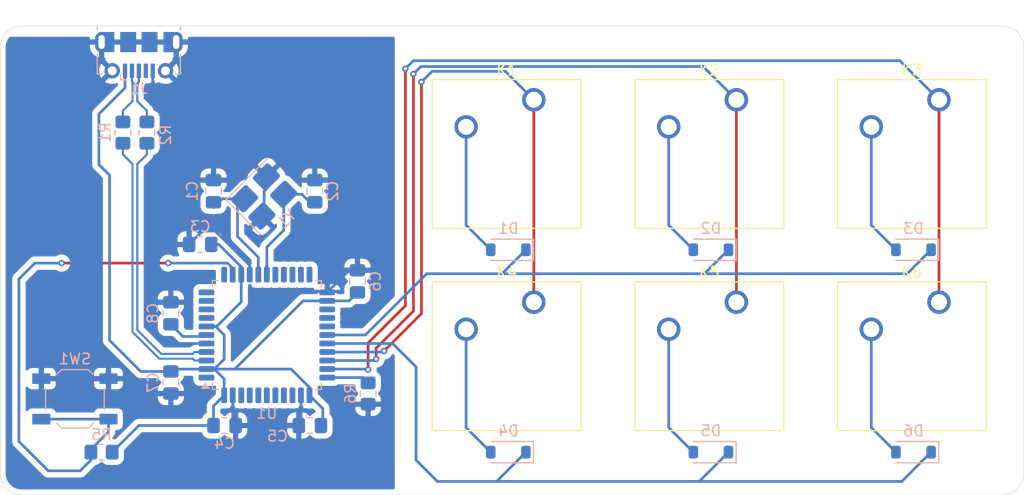
<source format=kicad_pcb>
(kicad_pcb (version 20241229) (generator "pcbnew") (generator_version "9.0")
  (layers (0 "F.Cu" signal) (2 "B.Cu" signal) (13 "F.Paste" user) (15 "B.Paste" user) (5 "F.SilkS" user "F.Silkscreen") (7 "B.SilkS" user "B.Silkscreen") (1 "F.Mask" user) (3 "B.Mask" user) (25 "Edge.Cuts" user))
  (net 0 "")
  (net 1 "Net-(U1-XTAL1)")
  (net 2 "GND")
  (net 3 "Net-(U1-XTAL2)")
  (net 4 "VCC")
  (net 5 "Net-(U1-UCap)")
  (net 6 "Net-(D1-A)")
  (net 7 "row0")
  (net 8 "Net-(D2-A)")
  (net 9 "Net-(D3-A)")
  (net 10 "Net-(D4-A)")
  (net 11 "row1")
  (net 12 "Net-(D5-A)")
  (net 13 "Net-(D6-A)")
  (net 14 "Net-(J1-D--PadA7)")
  (net 15 "Net-(J1-D+-PadA6)")
  (net 16 "col0")
  (net 17 "col1")
  (net 18 "col2")
  (net 19 "D-")
  (net 20 "D+")
  (net 21 "Net-(U1-~{RESET})")
  (net 22 "Net-(U1-~{HWB{slash}PE2})")
  (footprint "Button_Switch_Keyboard:SW_Cherry_MX_1.00u_PCB" (layer "F.Cu") (at 142.04 53.42)
    (property "Reference" "K2" (at -2.54 -2.794 0) (layer "F.SilkS"))
    (property "Value" "KEYSW")
    (fp_line (start -9.525 -1.905) (end 4.445 -1.905) (stroke (width 0.12)) (layer "F.SilkS"))
    (fp_line (start -9.525 12.065) (end -9.525 -1.905) (stroke (width 0.12)) (layer "F.SilkS"))
    (fp_line (start 4.445 -1.905) (end 4.445 12.065) (stroke (width 0.12)) (layer "F.SilkS"))
    (fp_line (start 4.445 12.065) (end -9.525 12.065) (stroke (width 0.12)) (layer "F.SilkS"))
    (pad "" np_thru_hole circle (at -7.62 5.08) (size 1.7 1.7) (drill 1.7) (layers "*.Cu" "*.Mask"))
    (pad "" np_thru_hole circle (at -2.54 5.08) (size 4 4) (drill 4) (layers "*.Cu" "*.Mask"))
    (pad "" np_thru_hole circle (at 2.54 5.08) (size 1.7 1.7) (drill 1.7) (layers "*.Cu" "*.Mask"))
    (pad "1" thru_hole circle (at 0 0) (size 2.2 2.2) (drill 1.5) (layers "*.Cu" "*.Mask") (net 17 "col1"))
    (pad "2" thru_hole circle (at -6.35 2.54) (size 2.2 2.2) (drill 1.5) (layers "*.Cu" "*.Mask") (net 8 "Net-(D2-A)"))
  )
  (footprint "Button_Switch_Keyboard:SW_Cherry_MX_1.00u_PCB" (layer "F.Cu") (at 123.04 53.42)
    (property "Reference" "K1" (at -2.54 -2.794 0) (layer "F.SilkS"))
    (property "Value" "KEYSW")
    (fp_line (start -9.525 -1.905) (end 4.445 -1.905) (stroke (width 0.12)) (layer "F.SilkS"))
    (fp_line (start -9.525 12.065) (end -9.525 -1.905) (stroke (width 0.12)) (layer "F.SilkS"))
    (fp_line (start 4.445 -1.905) (end 4.445 12.065) (stroke (width 0.12)) (layer "F.SilkS"))
    (fp_line (start 4.445 12.065) (end -9.525 12.065) (stroke (width 0.12)) (layer "F.SilkS"))
    (pad "" np_thru_hole circle (at -7.62 5.08) (size 1.7 1.7) (drill 1.7) (layers "*.Cu" "*.Mask"))
    (pad "" np_thru_hole circle (at -2.54 5.08) (size 4 4) (drill 4) (layers "*.Cu" "*.Mask"))
    (pad "" np_thru_hole circle (at 2.54 5.08) (size 1.7 1.7) (drill 1.7) (layers "*.Cu" "*.Mask"))
    (pad "1" thru_hole circle (at 0 0) (size 2.2 2.2) (drill 1.5) (layers "*.Cu" "*.Mask") (net 16 "col0"))
    (pad "2" thru_hole circle (at -6.35 2.54) (size 2.2 2.2) (drill 1.5) (layers "*.Cu" "*.Mask") (net 6 "Net-(D1-A)"))
  )
  (footprint "Button_Switch_Keyboard:SW_Cherry_MX_1.00u_PCB" (layer "F.Cu") (at 161.04 72.42)
    (property "Reference" "K6" (at -2.54 -2.794 0) (layer "F.SilkS"))
    (property "Value" "KEYSW")
    (fp_line (start -9.525 -1.905) (end 4.445 -1.905) (stroke (width 0.12)) (layer "F.SilkS"))
    (fp_line (start -9.525 12.065) (end -9.525 -1.905) (stroke (width 0.12)) (layer "F.SilkS"))
    (fp_line (start 4.445 -1.905) (end 4.445 12.065) (stroke (width 0.12)) (layer "F.SilkS"))
    (fp_line (start 4.445 12.065) (end -9.525 12.065) (stroke (width 0.12)) (layer "F.SilkS"))
    (pad "" np_thru_hole circle (at -7.62 5.08) (size 1.7 1.7) (drill 1.7) (layers "*.Cu" "*.Mask"))
    (pad "" np_thru_hole circle (at -2.54 5.08) (size 4 4) (drill 4) (layers "*.Cu" "*.Mask"))
    (pad "" np_thru_hole circle (at 2.54 5.08) (size 1.7 1.7) (drill 1.7) (layers "*.Cu" "*.Mask"))
    (pad "1" thru_hole circle (at 0 0) (size 2.2 2.2) (drill 1.5) (layers "*.Cu" "*.Mask") (net 18 "col2"))
    (pad "2" thru_hole circle (at -6.35 2.54) (size 2.2 2.2) (drill 1.5) (layers "*.Cu" "*.Mask") (net 13 "Net-(D6-A)"))
  )
  (footprint "Button_Switch_Keyboard:SW_Cherry_MX_1.00u_PCB" (layer "F.Cu") (at 161.04 53.42)
    (property "Reference" "K3" (at -2.54 -2.794 0) (layer "F.SilkS"))
    (property "Value" "KEYSW")
    (fp_line (start -9.525 -1.905) (end 4.445 -1.905) (stroke (width 0.12)) (layer "F.SilkS"))
    (fp_line (start -9.525 12.065) (end -9.525 -1.905) (stroke (width 0.12)) (layer "F.SilkS"))
    (fp_line (start 4.445 -1.905) (end 4.445 12.065) (stroke (width 0.12)) (layer "F.SilkS"))
    (fp_line (start 4.445 12.065) (end -9.525 12.065) (stroke (width 0.12)) (layer "F.SilkS"))
    (pad "" np_thru_hole circle (at -7.62 5.08) (size 1.7 1.7) (drill 1.7) (layers "*.Cu" "*.Mask"))
    (pad "" np_thru_hole circle (at -2.54 5.08) (size 4 4) (drill 4) (layers "*.Cu" "*.Mask"))
    (pad "" np_thru_hole circle (at 2.54 5.08) (size 1.7 1.7) (drill 1.7) (layers "*.Cu" "*.Mask"))
    (pad "1" thru_hole circle (at 0 0) (size 2.2 2.2) (drill 1.5) (layers "*.Cu" "*.Mask") (net 18 "col2"))
    (pad "2" thru_hole circle (at -6.35 2.54) (size 2.2 2.2) (drill 1.5) (layers "*.Cu" "*.Mask") (net 9 "Net-(D3-A)"))
  )
  (footprint "Button_Switch_Keyboard:SW_Cherry_MX_1.00u_PCB" (layer "F.Cu") (at 142.04 72.42)
    (property "Reference" "K5" (at -2.54 -2.794 0) (layer "F.SilkS"))
    (property "Value" "KEYSW")
    (fp_line (start -9.525 -1.905) (end 4.445 -1.905) (stroke (width 0.12)) (layer "F.SilkS"))
    (fp_line (start -9.525 12.065) (end -9.525 -1.905) (stroke (width 0.12)) (layer "F.SilkS"))
    (fp_line (start 4.445 -1.905) (end 4.445 12.065) (stroke (width 0.12)) (layer "F.SilkS"))
    (fp_line (start 4.445 12.065) (end -9.525 12.065) (stroke (width 0.12)) (layer "F.SilkS"))
    (pad "" np_thru_hole circle (at -7.62 5.08) (size 1.7 1.7) (drill 1.7) (layers "*.Cu" "*.Mask"))
    (pad "" np_thru_hole circle (at -2.54 5.08) (size 4 4) (drill 4) (layers "*.Cu" "*.Mask"))
    (pad "" np_thru_hole circle (at 2.54 5.08) (size 1.7 1.7) (drill 1.7) (layers "*.Cu" "*.Mask"))
    (pad "1" thru_hole circle (at 0 0) (size 2.2 2.2) (drill 1.5) (layers "*.Cu" "*.Mask") (net 17 "col1"))
    (pad "2" thru_hole circle (at -6.35 2.54) (size 2.2 2.2) (drill 1.5) (layers "*.Cu" "*.Mask") (net 12 "Net-(D5-A)"))
  )
  (footprint "Button_Switch_Keyboard:SW_Cherry_MX_1.00u_PCB" (layer "F.Cu") (at 123.04 72.42)
    (property "Reference" "K4" (at -2.54 -2.794 0) (layer "F.SilkS"))
    (property "Value" "KEYSW")
    (fp_line (start -9.525 -1.905) (end 4.445 -1.905) (stroke (width 0.12)) (layer "F.SilkS"))
    (fp_line (start -9.525 12.065) (end -9.525 -1.905) (stroke (width 0.12)) (layer "F.SilkS"))
    (fp_line (start 4.445 -1.905) (end 4.445 12.065) (stroke (width 0.12)) (layer "F.SilkS"))
    (fp_line (start 4.445 12.065) (end -9.525 12.065) (stroke (width 0.12)) (layer "F.SilkS"))
    (pad "" np_thru_hole circle (at -7.62 5.08) (size 1.7 1.7) (drill 1.7) (layers "*.Cu" "*.Mask"))
    (pad "" np_thru_hole circle (at -2.54 5.08) (size 4 4) (drill 4) (layers "*.Cu" "*.Mask"))
    (pad "" np_thru_hole circle (at 2.54 5.08) (size 1.7 1.7) (drill 1.7) (layers "*.Cu" "*.Mask"))
    (pad "1" thru_hole circle (at 0 0) (size 2.2 2.2) (drill 1.5) (layers "*.Cu" "*.Mask") (net 16 "col0"))
    (pad "2" thru_hole circle (at -6.35 2.54) (size 2.2 2.2) (drill 1.5) (layers "*.Cu" "*.Mask") (net 10 "Net-(D4-A)"))
  )
  (footprint "Button_Switch_SMD:SW_SPST_TL3342" (layer "B.Cu") (at 80 81.5 180)
    (property "Reference" "SW1" (at 0 3.75 0) (layer "B.SilkS") (effects (justify mirror)))
    (property "Value" "SW_PUSH")
    (fp_line (start 2.75 1) (end 2.75 -1) (stroke (width 0.12)) (layer "B.SilkS"))
    (fp_line (start 1.7 2.3) (end 1.25 2.75) (stroke (width 0.12)) (layer "B.SilkS"))
    (fp_line (start 1.7 -2.3) (end 1.25 -2.75) (stroke (width 0.12)) (layer "B.SilkS"))
    (fp_line (start -1.25 2.75) (end 1.25 2.75) (stroke (width 0.12)) (layer "B.SilkS"))
    (fp_line (start -1.25 -2.75) (end 1.25 -2.75) (stroke (width 0.12)) (layer "B.SilkS"))
    (fp_line (start -1.7 2.3) (end -1.25 2.75) (stroke (width 0.12)) (layer "B.SilkS"))
    (fp_line (start -1.7 -2.3) (end -1.25 -2.75) (stroke (width 0.12)) (layer "B.SilkS"))
    (fp_line (start -2.75 1) (end -2.75 -1) (stroke (width 0.12)) (layer "B.SilkS"))
    (pad "1" smd rect (at -3.15 1.9 180) (size 1.7 1) (layers "B.Cu" "B.Mask" "B.Paste") (net 2 "GND"))
    (pad "1" smd rect (at 3.15 1.9 180) (size 1.7 1) (layers "B.Cu" "B.Mask" "B.Paste") (net 2 "GND"))
    (pad "2" smd rect (at -3.15 -1.9 180) (size 1.7 1) (layers "B.Cu" "B.Mask" "B.Paste") (net 21 "Net-(U1-~{RESET})"))
    (pad "2" smd rect (at 3.15 -1.9 180) (size 1.7 1) (layers "B.Cu" "B.Mask" "B.Paste") (net 21 "Net-(U1-~{RESET})"))
  )
  (footprint "Crystal:Crystal_SMD_3225-4Pin_3.2x2.5mm_HandSoldering" (layer "B.Cu") (at 97.75 62.5 45)
    (property "Reference" "Y1" (at 0 3 45) (layer "B.SilkS") (effects (justify mirror)))
    (property "Value" "Crystal_GND24_Small")
    (fp_line (start -2.76 -2.31) (end 2.76 -2.31) (stroke (width 0.12)) (layer "B.SilkS"))
    (fp_line (start -2.76 2.31) (end -2.76 -2.31) (stroke (width 0.12)) (layer "B.SilkS"))
    (pad "1" smd roundrect (at -1.45 -1.15 45) (size 2.1 1.8) (layers "B.Cu" "B.Mask" "B.Paste") (roundrect_rratio 0.138889) (net 1 "Net-(U1-XTAL1)"))
    (pad "2" smd roundrect (at 1.45 -1.15 45) (size 2.1 1.8) (layers "B.Cu" "B.Mask" "B.Paste") (roundrect_rratio 0.138889) (net 2 "GND"))
    (pad "3" smd roundrect (at 1.45 1.15 45) (size 2.1 1.8) (layers "B.Cu" "B.Mask" "B.Paste") (roundrect_rratio 0.138889) (net 3 "Net-(U1-XTAL2)"))
    (pad "4" smd roundrect (at -1.45 1.15 45) (size 2.1 1.8) (layers "B.Cu" "B.Mask" "B.Paste") (roundrect_rratio 0.138889) (net 2 "GND"))
  )
  (footprint "Diode_SMD:D_SOD-123" (layer "B.Cu") (at 158.65 67.5 180)
    (property "Reference" "D3" (at 0 2 0) (layer "B.SilkS") (effects (justify mirror)))
    (property "Value" "D")
    (fp_line (start -2.36 1) (end 1.65 1) (stroke (width 0.12)) (layer "B.SilkS"))
    (fp_line (start -2.36 1) (end -2.36 -1) (stroke (width 0.12)) (layer "B.SilkS"))
    (fp_line (start -2.36 -1) (end 1.65 -1) (stroke (width 0.12)) (layer "B.SilkS"))
    (pad "1" smd roundrect (at -1.65 0 180) (size 0.9 1.2) (layers "B.Cu" "B.Mask" "B.Paste") (net 7 "row0"))
    (pad "2" smd roundrect (at 1.65 0 180) (size 0.9 1.2) (layers "B.Cu" "B.Mask" "B.Paste") (net 9 "Net-(D3-A)"))
  )
  (footprint "Capacitor_SMD:C_0805_2012Metric_Pad1.18x1.45mm_HandSolder" (layer "B.Cu") (at 91.75 67 180)
    (property "Reference" "C3" (at 0 1.68 0) (layer "B.SilkS") (effects (justify mirror)))
    (property "Value" "0.1u")
    (fp_line (start -0.261252 0.735) (end 0.261252 0.735) (stroke (width 0.12)) (layer "B.SilkS"))
    (fp_line (start -0.261252 -0.735) (end 0.261252 -0.735) (stroke (width 0.12)) (layer "B.SilkS"))
    (pad "1" smd roundrect (at -1.0375 0 180) (size 1.175 1.45) (layers "B.Cu" "B.Mask" "B.Paste") (roundrect_rratio 0.212766) (net 4 "VCC"))
    (pad "2" smd roundrect (at 1.0375 0 180) (size 1.175 1.45) (layers "B.Cu" "B.Mask" "B.Paste") (roundrect_rratio 0.212766) (net 2 "GND"))
  )
  (footprint "Diode_SMD:D_SOD-123" (layer "B.Cu") (at 139.65 86.5 180)
    (property "Reference" "D5" (at 0 2 0) (layer "B.SilkS") (effects (justify mirror)))
    (property "Value" "D")
    (fp_line (start -2.36 1) (end 1.65 1) (stroke (width 0.12)) (layer "B.SilkS"))
    (fp_line (start -2.36 1) (end -2.36 -1) (stroke (width 0.12)) (layer "B.SilkS"))
    (fp_line (start -2.36 -1) (end 1.65 -1) (stroke (width 0.12)) (layer "B.SilkS"))
    (pad "1" smd roundrect (at -1.65 0 180) (size 0.9 1.2) (layers "B.Cu" "B.Mask" "B.Paste") (net 11 "row1"))
    (pad "2" smd roundrect (at 1.65 0 180) (size 0.9 1.2) (layers "B.Cu" "B.Mask" "B.Paste") (net 12 "Net-(D5-A)"))
  )
  (footprint "Capacitor_SMD:C_0805_2012Metric_Pad1.18x1.45mm_HandSolder" (layer "B.Cu") (at 89 73.4625 -90)
    (property "Reference" "C8" (at 0 1.68 90) (layer "B.SilkS") (effects (justify mirror)))
    (property "Value" "1u")
    (fp_line (start -0.261252 0.735) (end 0.261252 0.735) (stroke (width 0.12)) (layer "B.SilkS"))
    (fp_line (start -0.261252 -0.735) (end 0.261252 -0.735) (stroke (width 0.12)) (layer "B.SilkS"))
    (pad "1" smd roundrect (at -1.0375 0 270) (size 1.175 1.45) (layers "B.Cu" "B.Mask" "B.Paste") (roundrect_rratio 0.212766) (net 2 "GND"))
    (pad "2" smd roundrect (at 1.0375 0 270) (size 1.175 1.45) (layers "B.Cu" "B.Mask" "B.Paste") (roundrect_rratio 0.212766) (net 5 "Net-(U1-UCap)"))
  )
  (footprint "Resistor_SMD:R_0805_2012Metric_Pad1.20x1.40mm_HandSolder" (layer "B.Cu") (at 82.5 86.5 180)
    (property "Reference" "R5" (at 0 1.65 0) (layer "B.SilkS") (effects (justify mirror)))
    (property "Value" "10k")
    (fp_line (start -0.227064 0.735) (end 0.227064 0.735) (stroke (width 0.12)) (layer "B.SilkS"))
    (fp_line (start -0.227064 -0.735) (end 0.227064 -0.735) (stroke (width 0.12)) (layer "B.SilkS"))
    (pad "1" smd roundrect (at -1 0 180) (size 1.2 1.4) (layers "B.Cu" "B.Mask" "B.Paste") (roundrect_rratio 0.208333) (net 4 "VCC"))
    (pad "2" smd roundrect (at 1 0 180) (size 1.2 1.4) (layers "B.Cu" "B.Mask" "B.Paste") (roundrect_rratio 0.208333) (net 21 "Net-(U1-~{RESET})"))
  )
  (footprint "Capacitor_SMD:C_0805_2012Metric_Pad1.18x1.45mm_HandSolder" (layer "B.Cu") (at 106.5 70.4625 90)
    (property "Reference" "C6" (at 0 1.68 90) (layer "B.SilkS") (effects (justify mirror)))
    (property "Value" "0.1u")
    (fp_line (start -0.261252 -0.735) (end 0.261252 -0.735) (stroke (width 0.12)) (layer "B.SilkS"))
    (fp_line (start -0.261252 0.735) (end 0.261252 0.735) (stroke (width 0.12)) (layer "B.SilkS"))
    (pad "1" smd roundrect (at -1.0375 0 90) (size 1.175 1.45) (layers "B.Cu" "B.Mask" "B.Paste") (roundrect_rratio 0.212766) (net 4 "VCC"))
    (pad "2" smd roundrect (at 1.0375 0 90) (size 1.175 1.45) (layers "B.Cu" "B.Mask" "B.Paste") (roundrect_rratio 0.212766) (net 2 "GND"))
  )
  (footprint "Capacitor_SMD:C_0805_2012Metric_Pad1.18x1.45mm_HandSolder" (layer "B.Cu") (at 94.0375 84)
    (property "Reference" "C4" (at 0 1.68 0) (layer "B.SilkS") (effects (justify mirror)))
    (property "Value" "0.1u")
    (fp_line (start -0.261252 -0.735) (end 0.261252 -0.735) (stroke (width 0.12)) (layer "B.SilkS"))
    (fp_line (start -0.261252 0.735) (end 0.261252 0.735) (stroke (width 0.12)) (layer "B.SilkS"))
    (pad "1" smd roundrect (at -1.0375 0) (size 1.175 1.45) (layers "B.Cu" "B.Mask" "B.Paste") (roundrect_rratio 0.212766) (net 4 "VCC"))
    (pad "2" smd roundrect (at 1.0375 0) (size 1.175 1.45) (layers "B.Cu" "B.Mask" "B.Paste") (roundrect_rratio 0.212766) (net 2 "GND"))
  )
  (footprint "Diode_SMD:D_SOD-123" (layer "B.Cu") (at 120.65 86.5 180)
    (property "Reference" "D4" (at 0 2 0) (layer "B.SilkS") (effects (justify mirror)))
    (property "Value" "D")
    (fp_line (start -2.36 1) (end 1.65 1) (stroke (width 0.12)) (layer "B.SilkS"))
    (fp_line (start -2.36 1) (end -2.36 -1) (stroke (width 0.12)) (layer "B.SilkS"))
    (fp_line (start -2.36 -1) (end 1.65 -1) (stroke (width 0.12)) (layer "B.SilkS"))
    (pad "1" smd roundrect (at -1.65 0 180) (size 0.9 1.2) (layers "B.Cu" "B.Mask" "B.Paste") (net 11 "row1"))
    (pad "2" smd roundrect (at 1.65 0 180) (size 0.9 1.2) (layers "B.Cu" "B.Mask" "B.Paste") (net 10 "Net-(D4-A)"))
  )
  (footprint "Resistor_SMD:R_0805_2012Metric_Pad1.20x1.40mm_HandSolder" (layer "B.Cu") (at 107.5 81 -90)
    (property "Reference" "R6" (at 0 1.65 90) (layer "B.SilkS") (effects (justify mirror)))
    (property "Value" "10k")
    (fp_line (start -0.227064 0.735) (end 0.227064 0.735) (stroke (width 0.12)) (layer "B.SilkS"))
    (fp_line (start -0.227064 -0.735) (end 0.227064 -0.735) (stroke (width 0.12)) (layer "B.SilkS"))
    (pad "1" smd roundrect (at -1 0 270) (size 1.2 1.4) (layers "B.Cu" "B.Mask" "B.Paste") (roundrect_rratio 0.208333) (net 22 "Net-(U1-~{HWB{slash}PE2})"))
    (pad "2" smd roundrect (at 1 0 270) (size 1.2 1.4) (layers "B.Cu" "B.Mask" "B.Paste") (roundrect_rratio 0.208333) (net 2 "GND"))
  )
  (footprint "Capacitor_SMD:C_0805_2012Metric_Pad1.18x1.45mm_HandSolder" (layer "B.Cu") (at 93 62 90)
    (property "Reference" "C1" (at 0 -2 90) (layer "B.SilkS") (effects (justify mirror)))
    (property "Value" "22p")
    (fp_line (start -0.261252 -0.735) (end 0.261252 -0.735) (stroke (width 0.12)) (layer "B.SilkS"))
    (fp_line (start -0.261252 0.735) (end 0.261252 0.735) (stroke (width 0.12)) (layer "B.SilkS"))
    (pad "1" smd roundrect (at -1.0375 0 90) (size 1.175 1.45) (layers "B.Cu" "B.Mask" "B.Paste") (roundrect_rratio 0.212766) (net 1 "Net-(U1-XTAL1)"))
    (pad "2" smd roundrect (at 1.0375 0 90) (size 1.175 1.45) (layers "B.Cu" "B.Mask" "B.Paste") (roundrect_rratio 0.212766) (net 2 "GND"))
  )
  (footprint "Capacitor_SMD:C_0805_2012Metric_Pad1.18x1.45mm_HandSolder" (layer "B.Cu") (at 102.0375 84 180)
    (property "Reference" "C5" (at 3.0375 -1 0) (layer "B.SilkS") (effects (justify mirror)))
    (property "Value" "0.1u")
    (fp_line (start -0.261252 0.735) (end 0.261252 0.735) (stroke (width 0.12)) (layer "B.SilkS"))
    (fp_line (start -0.261252 -0.735) (end 0.261252 -0.735) (stroke (width 0.12)) (layer "B.SilkS"))
    (pad "1" smd roundrect (at -1.0375 0 180) (size 1.175 1.45) (layers "B.Cu" "B.Mask" "B.Paste") (roundrect_rratio 0.212766) (net 4 "VCC"))
    (pad "2" smd roundrect (at 1.0375 0 180) (size 1.175 1.45) (layers "B.Cu" "B.Mask" "B.Paste") (roundrect_rratio 0.212766) (net 2 "GND"))
  )
  (footprint "Diode_SMD:D_SOD-123" (layer "B.Cu") (at 139.65 67.5 180)
    (property "Reference" "D2" (at 0 2 0) (layer "B.SilkS") (effects (justify mirror)))
    (property "Value" "D")
    (fp_line (start -2.36 1) (end 1.65 1) (stroke (width 0.12)) (layer "B.SilkS"))
    (fp_line (start -2.36 1) (end -2.36 -1) (stroke (width 0.12)) (layer "B.SilkS"))
    (fp_line (start -2.36 -1) (end 1.65 -1) (stroke (width 0.12)) (layer "B.SilkS"))
    (pad "1" smd roundrect (at -1.65 0 180) (size 0.9 1.2) (layers "B.Cu" "B.Mask" "B.Paste") (net 7 "row0"))
    (pad "2" smd roundrect (at 1.65 0 180) (size 0.9 1.2) (layers "B.Cu" "B.Mask" "B.Paste") (net 8 "Net-(D2-A)"))
  )
  (footprint "Package_QFP:TQFP-44_10x10mm_P0.8mm" (layer "B.Cu") (at 98 75.5)
    (property "Reference" "U1" (at 0 7.35 0) (layer "B.SilkS") (effects (justify mirror)))
    (property "Value" "ATMEGA32U4")
    (fp_line (start -5.11 -5.11) (end -5.11 -4.535) (stroke (width 0.12)) (layer "B.SilkS"))
    (fp_line (start -5.11 4.535) (end -5.11 5.11) (stroke (width 0.12)) (layer "B.SilkS"))
    (fp_line (start -5.11 5.11) (end -4.535 5.11) (stroke (width 0.12)) (layer "B.SilkS"))
    (fp_line (start -4.535 -5.11) (end -5.11 -5.11) (stroke (width 0.12)) (layer "B.SilkS"))
    (fp_line (start 4.535 5.11) (end 5.11 5.11) (stroke (width 0.12)) (layer "B.SilkS"))
    (fp_line (start 5.11 -5.11) (end 4.535 -5.11) (stroke (width 0.12)) (layer "B.SilkS"))
    (fp_line (start 5.11 -4.535) (end 5.11 -5.11) (stroke (width 0.12)) (layer "B.SilkS"))
    (fp_line (start 5.11 5.11) (end 5.11 4.535) (stroke (width 0.12)) (layer "B.SilkS"))
    (fp_poly (pts (xy -5.75 4.54) (xy -6.09 5.01) (xy -5.41 5.01)) (stroke (width 0.12)) (fill yes) (layer "B.SilkS"))
    (pad "1" smd roundrect (at -5.6625 4) (size 1.475 0.55) (layers "B.Cu" "B.Mask" "B.Paste"))
    (pad "2" smd roundrect (at -5.6625 3.2) (size 1.475 0.55) (layers "B.Cu" "B.Mask" "B.Paste") (net 4 "VCC"))
    (pad "3" smd roundrect (at -5.6625 2.4) (size 1.475 0.55) (layers "B.Cu" "B.Mask" "B.Paste") (net 19 "D-"))
    (pad "4" smd roundrect (at -5.6625 1.6) (size 1.475 0.55) (layers "B.Cu" "B.Mask" "B.Paste") (net 20 "D+"))
    (pad "5" smd roundrect (at -5.6625 0.8) (size 1.475 0.55) (layers "B.Cu" "B.Mask" "B.Paste") (net 2 "GND"))
    (pad "6" smd roundrect (at -5.6625 0) (size 1.475 0.55) (layers "B.Cu" "B.Mask" "B.Paste") (net 5 "Net-(U1-UCap)"))
    (pad "7" smd roundrect (at -5.6625 -0.8) (size 1.475 0.55) (layers "B.Cu" "B.Mask" "B.Paste") (net 4 "VCC"))
    (pad "8" smd roundrect (at -5.6625 -1.6) (size 1.475 0.55) (layers "B.Cu" "B.Mask" "B.Paste"))
    (pad "9" smd roundrect (at -5.6625 -2.4) (size 1.475 0.55) (layers "B.Cu" "B.Mask" "B.Paste"))
    (pad "10" smd roundrect (at -5.6625 -3.2) (size 1.475 0.55) (layers "B.Cu" "B.Mask" "B.Paste"))
    (pad "11" smd roundrect (at -5.6625 -4) (size 1.475 0.55) (layers "B.Cu" "B.Mask" "B.Paste"))
    (pad "12" smd roundrect (at -4 -5.6625) (size 0.55 1.475) (layers "B.Cu" "B.Mask" "B.Paste"))
    (pad "13" smd roundrect (at -3.2 -5.6625) (size 0.55 1.475) (layers "B.Cu" "B.Mask" "B.Paste") (net 21 "Net-(U1-~{RESET})"))
    (pad "14" smd roundrect (at -2.4 -5.6625) (size 0.55 1.475) (layers "B.Cu" "B.Mask" "B.Paste") (net 4 "VCC"))
    (pad "15" smd roundrect (at -1.6 -5.6625) (size 0.55 1.475) (layers "B.Cu" "B.Mask" "B.Paste") (net 2 "GND"))
    (pad "16" smd roundrect (at -0.8 -5.6625) (size 0.55 1.475) (layers "B.Cu" "B.Mask" "B.Paste") (net 1 "Net-(U1-XTAL1)"))
    (pad "17" smd roundrect (at 0 -5.6625) (size 0.55 1.475) (layers "B.Cu" "B.Mask" "B.Paste") (net 3 "Net-(U1-XTAL2)"))
    (pad "18" smd roundrect (at 0.8 -5.6625) (size 0.55 1.475) (layers "B.Cu" "B.Mask" "B.Paste"))
    (pad "19" smd roundrect (at 1.6 -5.6625) (size 0.55 1.475) (layers "B.Cu" "B.Mask" "B.Paste"))
    (pad "20" smd roundrect (at 2.4 -5.6625) (size 0.55 1.475) (layers "B.Cu" "B.Mask" "B.Paste"))
    (pad "21" smd roundrect (at 3.2 -5.6625) (size 0.55 1.475) (layers "B.Cu" "B.Mask" "B.Paste"))
    (pad "22" smd roundrect (at 4 -5.6625) (size 0.55 1.475) (layers "B.Cu" "B.Mask" "B.Paste"))
    (pad "23" smd roundrect (at 5.6625 -4) (size 1.475 0.55) (layers "B.Cu" "B.Mask" "B.Paste") (net 2 "GND"))
    (pad "24" smd roundrect (at 5.6625 -3.2) (size 1.475 0.55) (layers "B.Cu" "B.Mask" "B.Paste") (net 4 "VCC"))
    (pad "25" smd roundrect (at 5.6625 -2.4) (size 1.475 0.55) (layers "B.Cu" "B.Mask" "B.Paste"))
    (pad "26" smd roundrect (at 5.6625 -1.6) (size 1.475 0.55) (layers "B.Cu" "B.Mask" "B.Paste"))
    (pad "27" smd roundrect (at 5.6625 -0.8) (size 1.475 0.55) (layers "B.Cu" "B.Mask" "B.Paste"))
    (pad "28" smd roundrect (at 5.6625 0) (size 1.475 0.55) (layers "B.Cu" "B.Mask" "B.Paste") (net 7 "row0"))
    (pad "29" smd roundrect (at 5.6625 0.8) (size 1.475 0.55) (layers "B.Cu" "B.Mask" "B.Paste") (net 11 "row1"))
    (pad "30" smd roundrect (at 5.6625 1.6) (size 1.475 0.55) (layers "B.Cu" "B.Mask" "B.Paste") (net 16 "col0"))
    (pad "31" smd roundrect (at 5.6625 2.4) (size 1.475 0.55) (layers "B.Cu" "B.Mask" "B.Paste") (net 17 "col1"))
    (pad "32" smd roundrect (at 5.6625 3.2) (size 1.475 0.55) (layers "B.Cu" "B.Mask" "B.Paste") (net 18 "col2"))
    (pad "33" smd roundrect (at 5.6625 4) (size 1.475 0.55) (layers "B.Cu" "B.Mask" "B.Paste") (net 22 "Net-(U1-~{HWB{slash}PE2})"))
    (pad "34" smd roundrect (at 4 5.6625) (size 0.55 1.475) (layers "B.Cu" "B.Mask" "B.Paste") (net 4 "VCC"))
    (pad "35" smd roundrect (at 3.2 5.6625) (size 0.55 1.475) (layers "B.Cu" "B.Mask" "B.Paste") (net 2 "GND"))
    (pad "36" smd roundrect (at 2.4 5.6625) (size 0.55 1.475) (layers "B.Cu" "B.Mask" "B.Paste"))
    (pad "37" smd roundrect (at 1.6 5.6625) (size 0.55 1.475) (layers "B.Cu" "B.Mask" "B.Paste"))
    (pad "38" smd roundrect (at 0.8 5.6625) (size 0.55 1.475) (layers "B.Cu" "B.Mask" "B.Paste"))
    (pad "39" smd roundrect (at 0 5.6625) (size 0.55 1.475) (layers "B.Cu" "B.Mask" "B.Paste"))
    (pad "40" smd roundrect (at -0.8 5.6625) (size 0.55 1.475) (layers "B.Cu" "B.Mask" "B.Paste"))
    (pad "41" smd roundrect (at -1.6 5.6625) (size 0.55 1.475) (layers "B.Cu" "B.Mask" "B.Paste"))
    (pad "42" smd roundrect (at -2.4 5.6625) (size 0.55 1.475) (layers "B.Cu" "B.Mask" "B.Paste"))
    (pad "43" smd roundrect (at -3.2 5.6625) (size 0.55 1.475) (layers "B.Cu" "B.Mask" "B.Paste") (net 2 "GND"))
    (pad "44" smd roundrect (at -4 5.6625) (size 0.55 1.475) (layers "B.Cu" "B.Mask" "B.Paste") (net 4 "VCC"))
  )
  (footprint "Diode_SMD:D_SOD-123" (layer "B.Cu") (at 120.65 67.5 180)
    (property "Reference" "D1" (at 0 2 0) (layer "B.SilkS") (effects (justify mirror)))
    (property "Value" "D")
    (fp_line (start -2.36 1) (end 1.65 1) (stroke (width 0.12)) (layer "B.SilkS"))
    (fp_line (start -2.36 1) (end -2.36 -1) (stroke (width 0.12)) (layer "B.SilkS"))
    (fp_line (start -2.36 -1) (end 1.65 -1) (stroke (width 0.12)) (layer "B.SilkS"))
    (pad "1" smd roundrect (at -1.65 0 180) (size 0.9 1.2) (layers "B.Cu" "B.Mask" "B.Paste") (net 7 "row0"))
    (pad "2" smd roundrect (at 1.65 0 180) (size 0.9 1.2) (layers "B.Cu" "B.Mask" "B.Paste") (net 6 "Net-(D1-A)"))
  )
  (footprint "Diode_SMD:D_SOD-123" (layer "B.Cu") (at 158.65 86.5 180)
    (property "Reference" "D6" (at 0 2 0) (layer "B.SilkS") (effects (justify mirror)))
    (property "Value" "D")
    (fp_line (start -2.36 1) (end 1.65 1) (stroke (width 0.12)) (layer "B.SilkS"))
    (fp_line (start -2.36 1) (end -2.36 -1) (stroke (width 0.12)) (layer "B.SilkS"))
    (fp_line (start -2.36 -1) (end 1.65 -1) (stroke (width 0.12)) (layer "B.SilkS"))
    (pad "1" smd roundrect (at -1.65 0 180) (size 0.9 1.2) (layers "B.Cu" "B.Mask" "B.Paste") (net 11 "row1"))
    (pad "2" smd roundrect (at 1.65 0 180) (size 0.9 1.2) (layers "B.Cu" "B.Mask" "B.Paste") (net 13 "Net-(D6-A)"))
  )
  (footprint "Capacitor_SMD:C_0805_2012Metric_Pad1.18x1.45mm_HandSolder" (layer "B.Cu") (at 89 79.9625 -90)
    (property "Reference" "C7" (at 0 1.68 90) (layer "B.SilkS") (effects (justify mirror)))
    (property "Value" "4.7u")
    (fp_line (start -0.261252 0.735) (end 0.261252 0.735) (stroke (width 0.12)) (layer "B.SilkS"))
    (fp_line (start -0.261252 -0.735) (end 0.261252 -0.735) (stroke (width 0.12)) (layer "B.SilkS"))
    (pad "1" smd roundrect (at -1.0375 0 270) (size 1.175 1.45) (layers "B.Cu" "B.Mask" "B.Paste") (roundrect_rratio 0.212766) (net 4 "VCC"))
    (pad "2" smd roundrect (at 1.0375 0 270) (size 1.175 1.45) (layers "B.Cu" "B.Mask" "B.Paste") (roundrect_rratio 0.212766) (net 2 "GND"))
  )
  (footprint "Resistor_SMD:R_0805_2012Metric_Pad1.20x1.40mm_HandSolder" (layer "B.Cu") (at 86.75 56.5 -90)
    (property "Reference" "R2" (at 0.227064 -1.75 90) (layer "B.SilkS") (effects (justify mirror)))
    (property "Value" "22")
    (fp_line (start -0.227064 0.735) (end 0.227064 0.735) (stroke (width 0.12)) (layer "B.SilkS"))
    (fp_line (start -0.227064 -0.735) (end 0.227064 -0.735) (stroke (width 0.12)) (layer "B.SilkS"))
    (pad "1" smd roundrect (at -1 0 270) (size 1.2 1.4) (layers "B.Cu" "B.Mask" "B.Paste") (roundrect_rratio 0.208333) (net 15 "Net-(J1-D+-PadA6)"))
    (pad "2" smd roundrect (at 1 0 270) (size 1.2 1.4) (layers "B.Cu" "B.Mask" "B.Paste") (roundrect_rratio 0.208333) (net 20 "D+"))
  )
  (footprint "Resistor_SMD:R_0805_2012Metric_Pad1.20x1.40mm_HandSolder" (layer "B.Cu") (at 84.5 56.5 -90)
    (property "Reference" "R1" (at 0 1.65 90) (layer "B.SilkS") (effects (justify mirror)))
    (property "Value" "22")
    (fp_line (start -0.227064 0.735) (end 0.227064 0.735) (stroke (width 0.12)) (layer "B.SilkS"))
    (fp_line (start -0.227064 -0.735) (end 0.227064 -0.735) (stroke (width 0.12)) (layer "B.SilkS"))
    (pad "1" smd roundrect (at -1 0 270) (size 1.2 1.4) (layers "B.Cu" "B.Mask" "B.Paste") (roundrect_rratio 0.208333) (net 14 "Net-(J1-D--PadA7)"))
    (pad "2" smd roundrect (at 1 0 270) (size 1.2 1.4) (layers "B.Cu" "B.Mask" "B.Paste") (roundrect_rratio 0.208333) (net 19 "D-"))
  )
  (footprint "Connector_USB:USB_Micro-B_Molex-105017-0001" (layer "B.Cu") (at 86 49.2375)
    (property "Reference" "J1" (at 0 3.1125 0) (layer "B.SilkS") (effects (justify mirror)))
    (property "Value" "USB_B_Micro")
    (fp_line (start -3.9 -2.6375) (end -3.9 -2.3875) (stroke (width 0.12)) (layer "B.SilkS"))
    (fp_line (start -3.9 -0.0875) (end -3.9 1.7625) (stroke (width 0.12)) (layer "B.SilkS"))
    (fp_line (start -3.9 1.7625) (end -3.45 1.7625) (stroke (width 0.12)) (layer "B.SilkS"))
    (fp_line (start -1.7 2.3125) (end -1.7 1.8625) (stroke (width 0.12)) (layer "B.SilkS"))
    (fp_line (start -1.7 2.3125) (end -1.25 2.3125) (stroke (width 0.12)) (layer "B.SilkS"))
    (fp_line (start 3.9 -2.6375) (end 3.9 -2.3875) (stroke (width 0.12)) (layer "B.SilkS"))
    (fp_line (start 3.9 -0.0875) (end 3.9 1.7625) (stroke (width 0.12)) (layer "B.SilkS"))
    (fp_line (start 3.9 1.7625) (end 3.45 1.7625) (stroke (width 0.12)) (layer "B.SilkS"))
    (pad "1" smd rect (at -1.3 1.4625) (size 0.4 1.35) (layers "B.Cu" "B.Mask" "B.Paste") (net 4 "VCC"))
    (pad "2" smd rect (at -0.65 1.4625) (size 0.4 1.35) (layers "B.Cu" "B.Mask" "B.Paste") (net 14 "Net-(J1-D--PadA7)"))
    (pad "3" smd rect (at 0 1.4625) (size 0.4 1.35) (layers "B.Cu" "B.Mask" "B.Paste") (net 15 "Net-(J1-D+-PadA6)"))
    (pad "4" smd rect (at 0.65 1.4625) (size 0.4 1.35) (layers "B.Cu" "B.Mask" "B.Paste"))
    (pad "5" smd rect (at 1.3 1.4625) (size 0.4 1.35) (layers "B.Cu" "B.Mask" "B.Paste") (net 2 "GND"))
    (pad "6" thru_hole oval (at -3.5 -1.2375 180) (size 1.2 1.9) (drill oval 0.6 1.3) (property pad_prop_heatsink) (layers "*.Cu" "*.Mask") (net 2 "GND"))
    (pad "6" smd rect (at -2.9 -1.2375) (size 1.2 1.9) (layers "B.Cu" "B.Mask") (net 2 "GND"))
    (pad "6" thru_hole circle (at -2.5 1.4625) (size 1.45 1.45) (drill 0.85) (property pad_prop_heatsink) (layers "*.Cu" "*.Mask") (net 2 "GND"))
    (pad "6" smd rect (at -1 -1.2375) (size 1.5 1.9) (layers "B.Cu" "B.Mask" "B.Paste") (net 2 "GND"))
    (pad "6" smd rect (at 1 -1.2375) (size 1.5 1.9) (layers "B.Cu" "B.Mask" "B.Paste") (net 2 "GND"))
    (pad "6" thru_hole circle (at 2.5 1.4625) (size 1.45 1.45) (drill 0.85) (property pad_prop_heatsink) (layers "*.Cu" "*.Mask") (net 2 "GND"))
    (pad "6" smd rect (at 2.9 -1.2375) (size 1.2 1.9) (layers "B.Cu" "B.Mask") (net 2 "GND"))
    (pad "6" thru_hole oval (at 3.5 -1.2375) (size 1.2 1.9) (drill oval 0.6 1.3) (property pad_prop_heatsink) (layers "*.Cu" "*.Mask") (net 2 "GND"))
  )
  (footprint "Capacitor_SMD:C_0805_2012Metric_Pad1.18x1.45mm_HandSolder" (layer "B.Cu") (at 102.5 62 90)
    (property "Reference" "C2" (at 0 1.68 90) (layer "B.SilkS") (effects (justify mirror)))
    (property "Value" "22p")
    (fp_line (start -0.261252 -0.735) (end 0.261252 -0.735) (stroke (width 0.12)) (layer "B.SilkS"))
    (fp_line (start -0.261252 0.735) (end 0.261252 0.735) (stroke (width 0.12)) (layer "B.SilkS"))
    (pad "1" smd roundrect (at -1.0375 0 90) (size 1.175 1.45) (layers "B.Cu" "B.Mask" "B.Paste") (roundrect_rratio 0.212766) (net 3 "Net-(U1-XTAL2)"))
    (pad "2" smd roundrect (at 1.0375 0 90) (size 1.175 1.45) (layers "B.Cu" "B.Mask" "B.Paste") (roundrect_rratio 0.212766) (net 2 "GND"))
  )
  (gr_line (start 167 90.5) (end 75 90.5) (stroke (width 0.05)) (layer "Edge.Cuts"))
  (gr_arc (start 169 88.5) (mid 168.414214 89.914214) (end 167 90.5) (stroke (width 0.05)) (layer "Edge.Cuts"))
  (gr_arc (start 73 48.5) (mid 73.585786 47.085786) (end 75 46.5) (stroke (width 0.05)) (layer "Edge.Cuts"))
  (gr_arc (start 75 90.5) (mid 73.585786 89.914214) (end 73 88.5) (stroke (width 0.05)) (layer "Edge.Cuts"))
  (gr_line (start 73 88.5) (end 73 48.5) (stroke (width 0.05)) (layer "Edge.Cuts"))
  (gr_arc (start 167 46.5) (mid 168.414214 47.085786) (end 169 48.5) (stroke (width 0.05)) (layer "Edge.Cuts"))
  (gr_line (start 89 46.5) (end 167 46.5) (stroke (width 0.05)) (layer "Edge.Cuts"))
  (gr_line (start 75 46.5) (end 89 46.5) (stroke (width 0.05)) (layer "Edge.Cuts"))
  (gr_line (start 169 48.5) (end 169 88.5) (stroke (width 0.05)) (layer "Edge.Cuts"))
  (segment (start 93.825368 62.712132) (end 93 63.5375) (width 0.254) (layer "B.Cu") (net 1))
  (segment (start 97.2 69.8375) (end 97.2 68.2) (width 0.254) (layer "B.Cu") (net 1))
  (segment (start 97.2 68.2) (end 95.25 66.25) (width 0.254) (layer "B.Cu") (net 1))
  (segment (start 95.911522 62.712132) (end 93.825368 62.712132) (width 0.254) (layer "B.Cu") (net 1))
  (segment (start 95.25 66.25) (end 95.25 63.373654) (width 0.254) (layer "B.Cu") (net 1))
  (segment (start 95.25 63.373654) (end 95.911522 62.712132) (width 0.254) (layer "B.Cu") (net 1))
  (segment (start 97.75 62) (end 97.75 64.126346) (width 0.254) (layer "B.Cu") (net 2))
  (segment (start 96.4 68.975658) (end 93.174342 65.75) (width 0.254) (layer "B.Cu") (net 2))
  (segment (start 97.962132 60.661522) (end 97.962132 61.787868) (width 0.254) (layer "B.Cu") (net 2))
  (segment (start 87.25 61) (end 87.25 75.25) (width 0.254) (layer "B.Cu") (net 2))
  (segment (start 89 55) (end 89 59.25) (width 0.254) (layer "B.Cu") (net 2))
  (segment (start 94.8 83.725) (end 95.075 84) (width 0.254) (layer "B.Cu") (net 2))
  (segment (start 101.2 81.1625) (end 101.2 83.8) (width 0.254) (layer "B.Cu") (net 2))
  (segment (start 91.9625 65.75) (end 90.7125 67) (width 0.254) (layer "B.Cu") (net 2))
  (segment (start 106.5 69.425) (end 105.7375 69.425) (width 0.254) (layer "B.Cu") (net 2))
  (segment (start 105.7375 69.425) (end 103.6625 71.5) (width 0.254) (layer "B.Cu") (net 2))
  (segment (start 87.3 53.3) (end 89 55) (width 0.254) (layer "B.Cu") (net 2))
  (segment (start 97.75 64.126346) (end 97.537868 64.338478) (width 0.254) (layer "B.Cu") (net 2))
  (segment (start 101.2 83.8) (end 101 84) (width 0.254) (layer "B.Cu") (net 2))
  (segment (start 94.8 81.1625) (end 94.8 83.725) (width 0.254) (layer "B.Cu") (net 2))
  (segment (start 87.3 50.7) (end 87.3 53.3) (width 0.254) (layer "B.Cu") (net 2))
  (segment (start 87.25 75.25) (end 88.3 76.3) (width 0.254) (layer "B.Cu") (net 2))
  (segment (start 97.962132 61.787868) (end 97.75 62) (width 0.254) (layer "B.Cu") (net 2))
  (segment (start 96.4 69.8375) (end 96.4 68.975658) (width 0.254) (layer "B.Cu") (net 2))
  (segment (start 88.3 76.3) (end 92.3375 76.3) (width 0.254) (layer "B.Cu") (net 2))
  (segment (start 89 59.25) (end 87.25 61) (width 0.254) (layer "B.Cu") (net 2))
  (segment (start 93.174342 65.75) (end 91.9625 65.75) (width 0.254) (layer "B.Cu") (net 2))
  (segment (start 99.588478 65.123506) (end 99.588478 62.287868) (width 0.254) (layer "B.Cu") (net 3))
  (segment (start 101.287868 62.287868) (end 102.5 63.5) (width 0.254) (layer "B.Cu") (net 3))
  (segment (start 98 67.25) (end 98.851083 66.398917) (width 0.254) (layer "B.Cu") (net 3))
  (segment (start 99.310702 65.939297) (end 99.588478 65.661522) (width 0.254) (layer "B.Cu") (net 3))
  (segment (start 99.588478 62.287868) (end 101.287868 62.287868) (width 0.254) (layer "B.Cu") (net 3))
  (segment (start 98 69.8375) (end 98 67.25) (width 0.254) (layer "B.Cu") (net 3))
  (segment (start 98.851083 66.398917) (end 99.310702 65.939297) (width 0.254) (layer "B.Cu") (net 3))
  (segment (start 99.588478 65.661522) (end 99.588478 65.123506) (width 0.254) (layer "B.Cu") (net 3))
  (segment (start 95 78.7) (end 100.274999 78.7) (width 0.254) (layer "B.Cu") (net 4))
  (segment (start 100.274999 78.7) (end 102 80.425001) (width 0.254) (layer "B.Cu") (net 4))
  (segment (start 87.5 78.925) (end 89 78.925) (width 0.254) (layer "B.Cu") (net 4))
  (segment (start 86 84) (end 83.5 86.5) (width 0.254) (layer "B.Cu") (net 4))
  (segment (start 105.7 72.3) (end 106.5 71.5) (width 0.254) (layer "B.Cu") (net 4))
  (segment (start 103.25 83.825) (end 103.075 84) (width 0.254) (layer "B.Cu") (net 4))
  (segment (start 103.6625 72.3) (end 105.7 72.3) (width 0.254) (layer "B.Cu") (net 4))
  (segment (start 94 75.5) (end 93.2 74.7) (width 0.254) (layer "B.Cu") (net 4))
  (segment (start 83.25 60.5) (end 83.25 76) (width 0.254) (layer "B.Cu") (net 4))
  (segment (start 86.175 78.925) (end 87.5 78.925) (width 0.254) (layer "B.Cu") (net 4))
  (segment (start 95.6 69.8375) (end 95.6 69.100001) (width 0.254) (layer "B.Cu") (net 4))
  (segment (start 89.225 78.7) (end 92.3375 78.7) (width 0.254) (layer "B.Cu") (net 4))
  (segment (start 92.3375 74.7) (end 93.3 74.7) (width 0.254) (layer "B.Cu") (net 4))
  (segment (start 94 77.774999) (end 94 75.5) (width 0.254) (layer "B.Cu") (net 4))
  (segment (start 92.3375 78.7) (end 93.074999 78.7) (width 0.254) (layer "B.Cu") (net 4))
  (segment (start 93.074999 78.7) (end 94 79.625001) (width 0.254) (layer "B.Cu") (net 4))
  (segment (start 103.25 82.4125) (end 103.25 83.825) (width 0.254) (layer "B.Cu") (net 4))
  (segment (start 82.25 59.5) (end 83.25 60.5) (width 0.254) (layer "B.Cu") (net 4))
  (segment (start 93.074999 78.7) (end 94 77.774999) (width 0.254) (layer "B.Cu") (net 4))
  (segment (start 95.6 72.4) (end 95.6 69.8375) (width 0.254) (layer "B.Cu") (net 4))
  (segment (start 94 79.625001) (end 94 81.1625) (width 0.254) (layer "B.Cu") (net 4))
  (segment (start 89 78.925) (end 89.225 78.7) (width 0.254) (layer "B.Cu") (net 4))
  (segment (start 93 82.1625) (end 93 84) (width 0.254) (layer "B.Cu") (net 4))
  (segment (start 93 84) (end 86 84) (width 0.254) (layer "B.Cu") (net 4))
  (segment (start 95.6 69.100001) (end 93.499999 67) (width 0.254) (layer "B.Cu") (net 4))
  (segment (start 93.2 74.7) (end 92.3375 74.7) (width 0.254) (layer "B.Cu") (net 4))
  (segment (start 95 78.7) (end 101.4 72.3) (width 0.254) (layer "B.Cu") (net 4))
  (segment (start 101.4 72.3) (end 103.6625 72.3) (width 0.254) (layer "B.Cu") (net 4))
  (segment (start 92.3375 78.7) (end 95 78.7) (width 0.254) (layer "B.Cu") (net 4))
  (segment (start 93.3 74.7) (end 95.6 72.4) (width 0.254) (layer "B.Cu") (net 4))
  (segment (start 102 80.425001) (end 102 81.1625) (width 0.254) (layer "B.Cu") (net 4))
  (segment (start 93.499999 67) (end 92.7875 67) (width 0.254) (layer "B.Cu") (net 4))
  (segment (start 82.25 54.75) (end 82.25 59.5) (width 0.254) (layer "B.Cu") (net 4))
  (segment (start 84.7 52.3) (end 82.25 54.75) (width 0.254) (layer "B.Cu") (net 4))
  (segment (start 102 81.1625) (end 103.25 82.4125) (width 0.254) (layer "B.Cu") (net 4))
  (segment (start 94 81.1625) (end 93 82.1625) (width 0.254) (layer "B.Cu") (net 4))
  (segment (start 84.7 50.7) (end 84.7 52.3) (width 0.254) (layer "B.Cu") (net 4))
  (segment (start 83.25 76) (end 86.175 78.925) (width 0.254) (layer "B.Cu") (net 4))
  (segment (start 90.1405 75.6405) (end 89 74.5) (width 0.254) (layer "B.Cu") (net 5))
  (segment (start 92.3375 75.5) (end 92.197 75.6405) (width 0.254) (layer "B.Cu") (net 5))
  (segment (start 92.197 75.6405) (end 90.1405 75.6405) (width 0.254) (layer "B.Cu") (net 5))
  (segment (start 116.69 65.19) (end 119 67.5) (width 0.254) (layer "B.Cu") (net 6))
  (segment (start 116.69 55.96) (end 116.69 65.19) (width 0.254) (layer "B.Cu") (net 6))
  (segment (start 139.05 69.75) (end 158.05 69.75) (width 0.254) (layer "B.Cu") (net 7))
  (segment (start 158.05 69.75) (end 160.3 67.5) (width 0.254) (layer "B.Cu") (net 7))
  (segment (start 113 69.75) (end 120.05 69.75) (width 0.254) (layer "B.Cu") (net 7))
  (segment (start 139.05 69.75) (end 141.3 67.5) (width 0.254) (layer "B.Cu") (net 7))
  (segment (start 107.25 75.5) (end 113 69.75) (width 0.254) (layer "B.Cu") (net 7))
  (segment (start 120.05 69.75) (end 122.3 67.5) (width 0.254) (layer "B.Cu") (net 7))
  (segment (start 120.05 69.75) (end 139.05 69.75) (width 0.254) (layer "B.Cu") (net 7))
  (segment (start 103.6625 75.5) (end 107.25 75.5) (width 0.254) (layer "B.Cu") (net 7))
  (segment (start 135.69 65.19) (end 135.69 55.96) (width 0.254) (layer "B.Cu") (net 8))
  (segment (start 138 67.5) (end 135.69 65.19) (width 0.254) (layer "B.Cu") (net 8))
  (segment (start 154.69 55.96) (end 154.69 65.19) (width 0.254) (layer "B.Cu") (net 9))
  (segment (start 154.69 65.19) (end 157 67.5) (width 0.254) (layer "B.Cu") (net 9))
  (segment (start 119 86.5) (end 116.69 84.19) (width 0.254) (layer "B.Cu") (net 10))
  (segment (start 116.69 84.19) (end 116.69 74.96) (width 0.254) (layer "B.Cu") (net 10))
  (segment (start 112 87.25) (end 114 89.25) (width 0.254) (layer "B.Cu") (net 11))
  (segment (start 103.6625 76.3) (end 109.8 76.3) (width 0.254) (layer "B.Cu") (net 11))
  (segment (start 112 78.5) (end 112 87.25) (width 0.254) (layer "B.Cu") (net 11))
  (segment (start 119.55 89.25) (end 138.55 89.25) (width 0.254) (layer "B.Cu") (net 11))
  (segment (start 109.8 76.3) (end 112 78.5) (width 0.254) (layer "B.Cu") (net 11))
  (segment (start 157.55 89.25) (end 160.3 86.5) (width 0.254) (layer "B.Cu") (net 11))
  (segment (start 138.55 89.25) (end 157.55 89.25) (width 0.254) (layer "B.Cu") (net 11))
  (segment (start 138.55 89.25) (end 141.3 86.5) (width 0.254) (layer "B.Cu") (net 11))
  (segment (start 114 89.25) (end 119.55 89.25) (width 0.254) (layer "B.Cu") (net 11))
  (segment (start 119.55 89.25) (end 122.3 86.5) (width 0.254) (layer "B.Cu") (net 11))
  (segment (start 135.69 84.19) (end 138 86.5) (width 0.254) (layer "B.Cu") (net 12))
  (segment (start 135.69 74.96) (end 135.69 84.19) (width 0.254) (layer "B.Cu") (net 12))
  (segment (start 154.69 84.19) (end 157 86.5) (width 0.254) (layer "B.Cu") (net 13))
  (segment (start 154.69 74.96) (end 154.69 84.19) (width 0.254) (layer "B.Cu") (net 13))
  (segment (start 85.35 51.712501) (end 85.45 51.812501) (width 0.2) (layer "B.Cu") (net 14))
  (segment (start 85.45 51.812501) (end 85.45 51.895396) (width 0.2) (layer "B.Cu") (net 14))
  (segment (start 85.4 53.549999) (end 84.5 54.449999) (width 0.2) (layer "B.Cu") (net 14))
  (segment (start 84.5 54.449999) (end 84.5 55.5) (width 0.2) (layer "B.Cu") (net 14))
  (segment (start 85.4 51.945396) (end 85.4 53.549999) (width 0.2) (layer "B.Cu") (net 14))
  (segment (start 85.45 51.895396) (end 85.4 51.945396) (width 0.2) (layer "B.Cu") (net 14))
  (segment (start 85.35 50.7) (end 85.35 51.712501) (width 0.2) (layer "B.Cu") (net 14))
  (segment (start 85.85 52.117602) (end 85.85 53.549999) (width 0.2) (layer "B.Cu") (net 15))
  (segment (start 86 51.712501) (end 85.9 51.812501) (width 0.2) (layer "B.Cu") (net 15))
  (segment (start 86.75 54.449999) (end 86.75 55.5) (width 0.2) (layer "B.Cu") (net 15))
  (segment (start 86 50.7) (end 86 51.712501) (width 0.2) (layer "B.Cu") (net 15))
  (segment (start 85.9 51.812501) (end 85.9 52.067602) (width 0.2) (layer "B.Cu") (net 15))
  (segment (start 85.85 53.549999) (end 86.75 54.449999) (width 0.2) (layer "B.Cu") (net 15))
  (segment (start 85.9 52.067602) (end 85.85 52.117602) (width 0.2) (layer "B.Cu") (net 15))
  (segment (start 123.04 53.42) (end 123.04 72.42) (width 0.254) (layer "F.Cu") (net 16))
  (segment (start 109 77) (end 112.5 73.5) (width 0.254) (layer "F.Cu") (net 16))
  (segment (start 112.5 73.5) (end 112.5 51.75) (width 0.254) (layer "F.Cu") (net 16))
  (via (at 112.5 51.75) (size 0.6) (drill 0.3) (layers "F.Cu" "B.Cu") (net 16))
  (via (at 109 77) (size 0.6) (drill 0.3) (layers "F.Cu" "B.Cu") (net 16))
  (segment (start 112.5 51.75) (end 113.5 50.75) (width 0.254) (layer "B.Cu") (net 16))
  (segment (start 108.9 77.1) (end 109 77) (width 0.254) (layer "B.Cu") (net 16))
  (segment (start 120.37 50.75) (end 123.04 53.42) (width 0.254) (layer "B.Cu") (net 16))
  (segment (start 103.6625 77.1) (end 108.9 77.1) (width 0.254) (layer "B.Cu") (net 16))
  (segment (start 113.5 50.75) (end 120.37 50.75) (width 0.254) (layer "B.Cu") (net 16))
  (segment (start 108.25 76.75) (end 111.75 73.25) (width 0.254) (layer "F.Cu") (net 17))
  (segment (start 108.25 77.75) (end 108.25 76.75) (width 0.254) (layer "F.Cu") (net 17))
  (segment (start 142.04 53.42) (end 142.04 72.42) (width 0.254) (layer "F.Cu") (net 17))
  (segment (start 111.75 73.25) (end 111.75 51) (width 0.254) (layer "F.Cu") (net 17))
  (via (at 111.75 51) (size 0.6) (drill 0.3) (layers "F.Cu" "B.Cu") (net 17))
  (via (at 108.25 77.75) (size 0.6) (drill 0.3) (layers "F.Cu" "B.Cu") (net 17))
  (segment (start 112.455 50.295) (end 138.915 50.295) (width 0.254) (layer "B.Cu") (net 17))
  (segment (start 111.75 51) (end 112.455 50.295) (width 0.254) (layer "B.Cu") (net 17))
  (segment (start 138.915 50.295) (end 142.04 53.42) (width 0.254) (layer "B.Cu") (net 17))
  (segment (start 103.6625 77.9) (end 108.1 77.9) (width 0.254) (layer "B.Cu") (net 17))
  (segment (start 108.1 77.9) (end 108.25 77.75) (width 0.254) (layer "B.Cu") (net 17))
  (segment (start 111 72.75) (end 111 50.5) (width 0.254) (layer "F.Cu") (net 18))
  (segment (start 107.5 78.75) (end 107.5 76.25) (width 0.254) (layer "F.Cu") (net 18))
  (segment (start 107.5 76.25) (end 111 72.75) (width 0.254) (layer "F.Cu") (net 18))
  (segment (start 161.04 53.42) (end 161.04 72.42) (width 0.254) (layer "F.Cu") (net 18))
  (via (at 107.5 78.75) (size 0.6) (drill 0.3) (layers "F.Cu" "B.Cu") (net 18))
  (via (at 111 50.5) (size 0.6) (drill 0.3) (layers "F.Cu" "B.Cu") (net 18))
  (segment (start 107.45 78.7) (end 107.5 78.75) (width 0.254) (layer "B.Cu") (net 18))
  (segment (start 103.6625 78.7) (end 107.45 78.7) (width 0.254) (layer "B.Cu") (net 18))
  (segment (start 111 50.5) (end 111.75 49.75) (width 0.254) (layer "B.Cu") (net 18))
  (segment (start 111.75 49.75) (end 157.37 49.75) (width 0.254) (layer "B.Cu") (net 18))
  (segment (start 157.37 49.75) (end 161.04 53.42) (width 0.254) (layer "B.Cu") (net 18))
  (segment (start 91.056249 77.725) (end 91.231249 77.9) (width 0.2) (layer "B.Cu") (net 19))
  (segment (start 84.5 58.550001) (end 85.4 59.450001) (width 0.2) (layer "B.Cu") (net 19))
  (segment (start 85.4 75.218198) (end 87.906802 77.725) (width 0.2) (layer "B.Cu") (net 19))
  (segment (start 87.906802 77.725) (end 91.056249 77.725) (width 0.2) (layer "B.Cu") (net 19))
  (segment (start 85.4 59.450001) (end 85.4 75.218198) (width 0.2) (layer "B.Cu") (net 19))
  (segment (start 84.5 57.5) (end 84.5 58.550001) (width 0.2) (layer "B.Cu") (net 19))
  (segment (start 91.231249 77.9) (end 92.3375 77.9) (width 0.2) (layer "B.Cu") (net 19))
  (segment (start 85.85 75.031802) (end 88.093198 77.275) (width 0.2) (layer "B.Cu") (net 20))
  (segment (start 86.75 58.550001) (end 85.85 59.450001) (width 0.2) (layer "B.Cu") (net 20))
  (segment (start 91.231249 77.1) (end 92.3375 77.1) (width 0.2) (layer "B.Cu") (net 20))
  (segment (start 86.75 57.5) (end 86.75 58.550001) (width 0.2) (layer "B.Cu") (net 20))
  (segment (start 85.85 59.450001) (end 85.85 75.031802) (width 0.2) (layer "B.Cu") (net 20))
  (segment (start 91.056249 77.275) (end 91.231249 77.1) (width 0.2) (layer "B.Cu") (net 20))
  (segment (start 88.093198 77.275) (end 91.056249 77.275) (width 0.2) (layer "B.Cu") (net 20))
  (segment (start 88.75 68.75) (end 78.75 68.75) (width 0.254) (layer "F.Cu") (net 21))
  (via (at 88.75 68.75) (size 0.6) (drill 0.3) (layers "F.Cu" "B.Cu") (net 21))
  (via (at 78.75 68.75) (size 0.6) (drill 0.3) (layers "F.Cu" "B.Cu") (net 21))
  (segment (start 81.5 87.25) (end 81.5 86.5) (width 0.254) (layer "B.Cu") (net 21))
  (segment (start 94.312126 68.75) (end 88.75 68.75) (width 0.254) (layer "B.Cu") (net 21))
  (segment (start 74.75 85.5) (end 77.5 88.25) (width 0.254) (layer "B.Cu") (net 21))
  (segment (start 81.5 86.5) (end 81.5 86.25) (width 0.254) (layer "B.Cu") (net 21))
  (segment (start 77.5 88.25) (end 80.5 88.25) (width 0.254) (layer "B.Cu") (net 21))
  (segment (start 94.8 69.237874) (end 94.312126 68.75) (width 0.254) (layer "B.Cu") (net 21))
  (segment (start 80.5 88.25) (end 81.5 87.25) (width 0.254) (layer "B.Cu") (net 21))
  (segment (start 83.15 84.6) (end 83.15 83.4) (width 0.254) (layer "B.Cu") (net 21))
  (segment (start 81.5 86.25) (end 83.15 84.6) (width 0.254) (layer "B.Cu") (net 21))
  (segment (start 74.75 70.25) (end 74.75 85.5) (width 0.254) (layer "B.Cu") (net 21))
  (segment (start 76.25 68.75) (end 74.75 70.25) (width 0.254) (layer "B.Cu") (net 21))
  (segment (start 94.8 69.8375) (end 94.8 69.237874) (width 0.254) (layer "B.Cu") (net 21))
  (segment (start 78.75 68.75) (end 76.25 68.75) (width 0.254) (layer "B.Cu") (net 21))
  (segment (start 83.15 83.4) (end 76.85 83.4) (width 0.254) (layer "B.Cu") (net 21))
  (segment (start 107 79.5) (end 107.5 80) (width 0.254) (layer "B.Cu") (net 22))
  (segment (start 103.6625 79.5) (end 107 79.5) (width 0.254) (layer "B.Cu") (net 22))
  (zone (net 2) (net_name "GND") (layer "B.Cu") (connect_pads (clearance 0.5)) (min_thickness 0.25) (fill yes (thermal_gap 0.5) (thermal_bridge_width 0.5))
    (polygon (pts (xy 73.5 47.5) (xy 110 47.5) (xy 110 90) (xy 73.5 90)))
  )
)
</source>
